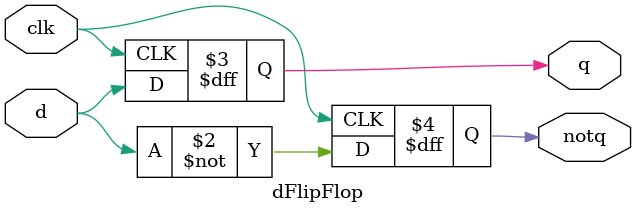
<source format=v>
`timescale 1ns / 1ps


module dFlipFlop(
    output reg q,
    output reg notq,
    input d,
    input clk
    );
    
    always @(posedge clk)
        begin
            {q, notq} = {d, ~d};
        end
endmodule

</source>
